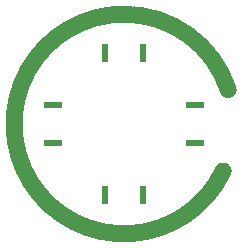
<source format=gts>
G04 #@! TF.GenerationSoftware,KiCad,Pcbnew,(7.0.0-0)*
G04 #@! TF.CreationDate,2024-02-23T22:29:39+08:00*
G04 #@! TF.ProjectId,Revolute,5265766f-6c75-4746-952e-6b696361645f,rev?*
G04 #@! TF.SameCoordinates,Original*
G04 #@! TF.FileFunction,Soldermask,Top*
G04 #@! TF.FilePolarity,Negative*
%FSLAX46Y46*%
G04 Gerber Fmt 4.6, Leading zero omitted, Abs format (unit mm)*
G04 Created by KiCad (PCBNEW (7.0.0-0)) date 2024-02-23 22:29:39*
%MOMM*%
%LPD*%
G01*
G04 APERTURE LIST*
G04 Aperture macros list*
%AMRoundRect*
0 Rectangle with rounded corners*
0 $1 Rounding radius*
0 $2 $3 $4 $5 $6 $7 $8 $9 X,Y pos of 4 corners*
0 Add a 4 corners polygon primitive as box body*
4,1,4,$2,$3,$4,$5,$6,$7,$8,$9,$2,$3,0*
0 Add four circle primitives for the rounded corners*
1,1,$1+$1,$2,$3*
1,1,$1+$1,$4,$5*
1,1,$1+$1,$6,$7*
1,1,$1+$1,$8,$9*
0 Add four rect primitives between the rounded corners*
20,1,$1+$1,$2,$3,$4,$5,0*
20,1,$1+$1,$4,$5,$6,$7,0*
20,1,$1+$1,$6,$7,$8,$9,0*
20,1,$1+$1,$8,$9,$2,$3,0*%
G04 Aperture macros list end*
%ADD10C,1.400000*%
%ADD11RoundRect,0.030000X0.245000X-0.720000X0.245000X0.720000X-0.245000X0.720000X-0.245000X-0.720000X0*%
%ADD12RoundRect,0.030000X0.720000X0.245000X-0.720000X0.245000X-0.720000X-0.245000X0.720000X-0.245000X0*%
%ADD13RoundRect,0.030000X-0.245000X0.720000X-0.245000X-0.720000X0.245000X-0.720000X0.245000X0.720000X0*%
%ADD14RoundRect,0.030000X-0.720000X-0.245000X0.720000X-0.245000X0.720000X0.245000X-0.720000X0.245000X0*%
G04 APERTURE END LIST*
D10*
X179837312Y-92103250D02*
G75*
G03*
X170999960Y-85700041I-8837312J-2896750D01*
G01*
X170999960Y-85700040D02*
G75*
G03*
X179408768Y-98972691I0J-9300000D01*
G01*
D11*
X169375000Y-89000000D03*
X172625000Y-89000000D03*
D12*
X177000000Y-96625000D03*
X177000000Y-93375000D03*
D13*
X172625000Y-101000000D03*
X169375000Y-101000000D03*
D14*
X165000000Y-93375000D03*
X165000000Y-96625000D03*
M02*

</source>
